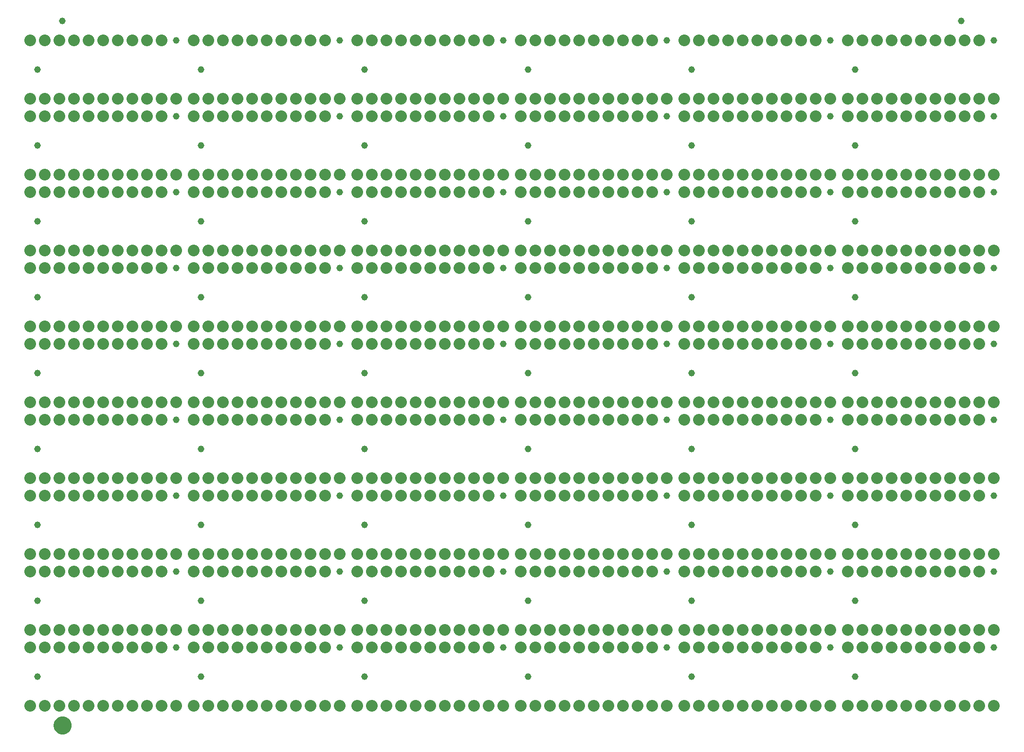
<source format=gbs>
G04 EAGLE Gerber RS-274X export*
G75*
%MOMM*%
%FSLAX34Y34*%
%LPD*%
%INSoldermask Bottom*%
%IPPOS*%
%AMOC8*
5,1,8,0,0,1.08239X$1,22.5*%
G01*
%ADD10C,1.152400*%
%ADD11C,2.032000*%
%ADD12C,1.270000*%
%ADD13C,1.652400*%


D10*
X266700Y114300D03*
X25400Y63500D03*
D11*
X266700Y12700D03*
X241300Y12700D03*
X215900Y12700D03*
X190500Y12700D03*
X165100Y12700D03*
X139700Y12700D03*
X114300Y12700D03*
X88900Y12700D03*
X63500Y12700D03*
X38100Y12700D03*
X12700Y12700D03*
X241300Y114300D03*
X215900Y114300D03*
X190500Y114300D03*
X165100Y114300D03*
X139700Y114300D03*
X114300Y114300D03*
X88900Y114300D03*
X63500Y114300D03*
X38100Y114300D03*
X12700Y114300D03*
D10*
X551180Y114300D03*
X309880Y63500D03*
D11*
X551180Y12700D03*
X525780Y12700D03*
X500380Y12700D03*
X474980Y12700D03*
X449580Y12700D03*
X424180Y12700D03*
X398780Y12700D03*
X373380Y12700D03*
X347980Y12700D03*
X322580Y12700D03*
X297180Y12700D03*
X525780Y114300D03*
X500380Y114300D03*
X474980Y114300D03*
X449580Y114300D03*
X424180Y114300D03*
X398780Y114300D03*
X373380Y114300D03*
X347980Y114300D03*
X322580Y114300D03*
X297180Y114300D03*
D10*
X835660Y114300D03*
X594360Y63500D03*
D11*
X835660Y12700D03*
X810260Y12700D03*
X784860Y12700D03*
X759460Y12700D03*
X734060Y12700D03*
X708660Y12700D03*
X683260Y12700D03*
X657860Y12700D03*
X632460Y12700D03*
X607060Y12700D03*
X581660Y12700D03*
X810260Y114300D03*
X784860Y114300D03*
X759460Y114300D03*
X734060Y114300D03*
X708660Y114300D03*
X683260Y114300D03*
X657860Y114300D03*
X632460Y114300D03*
X607060Y114300D03*
X581660Y114300D03*
D10*
X1120140Y114300D03*
X878840Y63500D03*
D11*
X1120140Y12700D03*
X1094740Y12700D03*
X1069340Y12700D03*
X1043940Y12700D03*
X1018540Y12700D03*
X993140Y12700D03*
X967740Y12700D03*
X942340Y12700D03*
X916940Y12700D03*
X891540Y12700D03*
X866140Y12700D03*
X1094740Y114300D03*
X1069340Y114300D03*
X1043940Y114300D03*
X1018540Y114300D03*
X993140Y114300D03*
X967740Y114300D03*
X942340Y114300D03*
X916940Y114300D03*
X891540Y114300D03*
X866140Y114300D03*
D10*
X1404620Y114300D03*
X1163320Y63500D03*
D11*
X1404620Y12700D03*
X1379220Y12700D03*
X1353820Y12700D03*
X1328420Y12700D03*
X1303020Y12700D03*
X1277620Y12700D03*
X1252220Y12700D03*
X1226820Y12700D03*
X1201420Y12700D03*
X1176020Y12700D03*
X1150620Y12700D03*
X1379220Y114300D03*
X1353820Y114300D03*
X1328420Y114300D03*
X1303020Y114300D03*
X1277620Y114300D03*
X1252220Y114300D03*
X1226820Y114300D03*
X1201420Y114300D03*
X1176020Y114300D03*
X1150620Y114300D03*
D10*
X1689100Y114300D03*
X1447800Y63500D03*
D11*
X1689100Y12700D03*
X1663700Y12700D03*
X1638300Y12700D03*
X1612900Y12700D03*
X1587500Y12700D03*
X1562100Y12700D03*
X1536700Y12700D03*
X1511300Y12700D03*
X1485900Y12700D03*
X1460500Y12700D03*
X1435100Y12700D03*
X1663700Y114300D03*
X1638300Y114300D03*
X1612900Y114300D03*
X1587500Y114300D03*
X1562100Y114300D03*
X1536700Y114300D03*
X1511300Y114300D03*
X1485900Y114300D03*
X1460500Y114300D03*
X1435100Y114300D03*
D10*
X266700Y246380D03*
X25400Y195580D03*
D11*
X266700Y144780D03*
X241300Y144780D03*
X215900Y144780D03*
X190500Y144780D03*
X165100Y144780D03*
X139700Y144780D03*
X114300Y144780D03*
X88900Y144780D03*
X63500Y144780D03*
X38100Y144780D03*
X12700Y144780D03*
X241300Y246380D03*
X215900Y246380D03*
X190500Y246380D03*
X165100Y246380D03*
X139700Y246380D03*
X114300Y246380D03*
X88900Y246380D03*
X63500Y246380D03*
X38100Y246380D03*
X12700Y246380D03*
D10*
X551180Y246380D03*
X309880Y195580D03*
D11*
X551180Y144780D03*
X525780Y144780D03*
X500380Y144780D03*
X474980Y144780D03*
X449580Y144780D03*
X424180Y144780D03*
X398780Y144780D03*
X373380Y144780D03*
X347980Y144780D03*
X322580Y144780D03*
X297180Y144780D03*
X525780Y246380D03*
X500380Y246380D03*
X474980Y246380D03*
X449580Y246380D03*
X424180Y246380D03*
X398780Y246380D03*
X373380Y246380D03*
X347980Y246380D03*
X322580Y246380D03*
X297180Y246380D03*
D10*
X835660Y246380D03*
X594360Y195580D03*
D11*
X835660Y144780D03*
X810260Y144780D03*
X784860Y144780D03*
X759460Y144780D03*
X734060Y144780D03*
X708660Y144780D03*
X683260Y144780D03*
X657860Y144780D03*
X632460Y144780D03*
X607060Y144780D03*
X581660Y144780D03*
X810260Y246380D03*
X784860Y246380D03*
X759460Y246380D03*
X734060Y246380D03*
X708660Y246380D03*
X683260Y246380D03*
X657860Y246380D03*
X632460Y246380D03*
X607060Y246380D03*
X581660Y246380D03*
D10*
X1120140Y246380D03*
X878840Y195580D03*
D11*
X1120140Y144780D03*
X1094740Y144780D03*
X1069340Y144780D03*
X1043940Y144780D03*
X1018540Y144780D03*
X993140Y144780D03*
X967740Y144780D03*
X942340Y144780D03*
X916940Y144780D03*
X891540Y144780D03*
X866140Y144780D03*
X1094740Y246380D03*
X1069340Y246380D03*
X1043940Y246380D03*
X1018540Y246380D03*
X993140Y246380D03*
X967740Y246380D03*
X942340Y246380D03*
X916940Y246380D03*
X891540Y246380D03*
X866140Y246380D03*
D10*
X1404620Y246380D03*
X1163320Y195580D03*
D11*
X1404620Y144780D03*
X1379220Y144780D03*
X1353820Y144780D03*
X1328420Y144780D03*
X1303020Y144780D03*
X1277620Y144780D03*
X1252220Y144780D03*
X1226820Y144780D03*
X1201420Y144780D03*
X1176020Y144780D03*
X1150620Y144780D03*
X1379220Y246380D03*
X1353820Y246380D03*
X1328420Y246380D03*
X1303020Y246380D03*
X1277620Y246380D03*
X1252220Y246380D03*
X1226820Y246380D03*
X1201420Y246380D03*
X1176020Y246380D03*
X1150620Y246380D03*
D10*
X1689100Y246380D03*
X1447800Y195580D03*
D11*
X1689100Y144780D03*
X1663700Y144780D03*
X1638300Y144780D03*
X1612900Y144780D03*
X1587500Y144780D03*
X1562100Y144780D03*
X1536700Y144780D03*
X1511300Y144780D03*
X1485900Y144780D03*
X1460500Y144780D03*
X1435100Y144780D03*
X1663700Y246380D03*
X1638300Y246380D03*
X1612900Y246380D03*
X1587500Y246380D03*
X1562100Y246380D03*
X1536700Y246380D03*
X1511300Y246380D03*
X1485900Y246380D03*
X1460500Y246380D03*
X1435100Y246380D03*
D10*
X266700Y378460D03*
X25400Y327660D03*
D11*
X266700Y276860D03*
X241300Y276860D03*
X215900Y276860D03*
X190500Y276860D03*
X165100Y276860D03*
X139700Y276860D03*
X114300Y276860D03*
X88900Y276860D03*
X63500Y276860D03*
X38100Y276860D03*
X12700Y276860D03*
X241300Y378460D03*
X215900Y378460D03*
X190500Y378460D03*
X165100Y378460D03*
X139700Y378460D03*
X114300Y378460D03*
X88900Y378460D03*
X63500Y378460D03*
X38100Y378460D03*
X12700Y378460D03*
D10*
X551180Y378460D03*
X309880Y327660D03*
D11*
X551180Y276860D03*
X525780Y276860D03*
X500380Y276860D03*
X474980Y276860D03*
X449580Y276860D03*
X424180Y276860D03*
X398780Y276860D03*
X373380Y276860D03*
X347980Y276860D03*
X322580Y276860D03*
X297180Y276860D03*
X525780Y378460D03*
X500380Y378460D03*
X474980Y378460D03*
X449580Y378460D03*
X424180Y378460D03*
X398780Y378460D03*
X373380Y378460D03*
X347980Y378460D03*
X322580Y378460D03*
X297180Y378460D03*
D10*
X835660Y378460D03*
X594360Y327660D03*
D11*
X835660Y276860D03*
X810260Y276860D03*
X784860Y276860D03*
X759460Y276860D03*
X734060Y276860D03*
X708660Y276860D03*
X683260Y276860D03*
X657860Y276860D03*
X632460Y276860D03*
X607060Y276860D03*
X581660Y276860D03*
X810260Y378460D03*
X784860Y378460D03*
X759460Y378460D03*
X734060Y378460D03*
X708660Y378460D03*
X683260Y378460D03*
X657860Y378460D03*
X632460Y378460D03*
X607060Y378460D03*
X581660Y378460D03*
D10*
X1120140Y378460D03*
X878840Y327660D03*
D11*
X1120140Y276860D03*
X1094740Y276860D03*
X1069340Y276860D03*
X1043940Y276860D03*
X1018540Y276860D03*
X993140Y276860D03*
X967740Y276860D03*
X942340Y276860D03*
X916940Y276860D03*
X891540Y276860D03*
X866140Y276860D03*
X1094740Y378460D03*
X1069340Y378460D03*
X1043940Y378460D03*
X1018540Y378460D03*
X993140Y378460D03*
X967740Y378460D03*
X942340Y378460D03*
X916940Y378460D03*
X891540Y378460D03*
X866140Y378460D03*
D10*
X1404620Y378460D03*
X1163320Y327660D03*
D11*
X1404620Y276860D03*
X1379220Y276860D03*
X1353820Y276860D03*
X1328420Y276860D03*
X1303020Y276860D03*
X1277620Y276860D03*
X1252220Y276860D03*
X1226820Y276860D03*
X1201420Y276860D03*
X1176020Y276860D03*
X1150620Y276860D03*
X1379220Y378460D03*
X1353820Y378460D03*
X1328420Y378460D03*
X1303020Y378460D03*
X1277620Y378460D03*
X1252220Y378460D03*
X1226820Y378460D03*
X1201420Y378460D03*
X1176020Y378460D03*
X1150620Y378460D03*
D10*
X1689100Y378460D03*
X1447800Y327660D03*
D11*
X1689100Y276860D03*
X1663700Y276860D03*
X1638300Y276860D03*
X1612900Y276860D03*
X1587500Y276860D03*
X1562100Y276860D03*
X1536700Y276860D03*
X1511300Y276860D03*
X1485900Y276860D03*
X1460500Y276860D03*
X1435100Y276860D03*
X1663700Y378460D03*
X1638300Y378460D03*
X1612900Y378460D03*
X1587500Y378460D03*
X1562100Y378460D03*
X1536700Y378460D03*
X1511300Y378460D03*
X1485900Y378460D03*
X1460500Y378460D03*
X1435100Y378460D03*
D10*
X266700Y510540D03*
X25400Y459740D03*
D11*
X266700Y408940D03*
X241300Y408940D03*
X215900Y408940D03*
X190500Y408940D03*
X165100Y408940D03*
X139700Y408940D03*
X114300Y408940D03*
X88900Y408940D03*
X63500Y408940D03*
X38100Y408940D03*
X12700Y408940D03*
X241300Y510540D03*
X215900Y510540D03*
X190500Y510540D03*
X165100Y510540D03*
X139700Y510540D03*
X114300Y510540D03*
X88900Y510540D03*
X63500Y510540D03*
X38100Y510540D03*
X12700Y510540D03*
D10*
X551180Y510540D03*
X309880Y459740D03*
D11*
X551180Y408940D03*
X525780Y408940D03*
X500380Y408940D03*
X474980Y408940D03*
X449580Y408940D03*
X424180Y408940D03*
X398780Y408940D03*
X373380Y408940D03*
X347980Y408940D03*
X322580Y408940D03*
X297180Y408940D03*
X525780Y510540D03*
X500380Y510540D03*
X474980Y510540D03*
X449580Y510540D03*
X424180Y510540D03*
X398780Y510540D03*
X373380Y510540D03*
X347980Y510540D03*
X322580Y510540D03*
X297180Y510540D03*
D10*
X835660Y510540D03*
X594360Y459740D03*
D11*
X835660Y408940D03*
X810260Y408940D03*
X784860Y408940D03*
X759460Y408940D03*
X734060Y408940D03*
X708660Y408940D03*
X683260Y408940D03*
X657860Y408940D03*
X632460Y408940D03*
X607060Y408940D03*
X581660Y408940D03*
X810260Y510540D03*
X784860Y510540D03*
X759460Y510540D03*
X734060Y510540D03*
X708660Y510540D03*
X683260Y510540D03*
X657860Y510540D03*
X632460Y510540D03*
X607060Y510540D03*
X581660Y510540D03*
D10*
X1120140Y510540D03*
X878840Y459740D03*
D11*
X1120140Y408940D03*
X1094740Y408940D03*
X1069340Y408940D03*
X1043940Y408940D03*
X1018540Y408940D03*
X993140Y408940D03*
X967740Y408940D03*
X942340Y408940D03*
X916940Y408940D03*
X891540Y408940D03*
X866140Y408940D03*
X1094740Y510540D03*
X1069340Y510540D03*
X1043940Y510540D03*
X1018540Y510540D03*
X993140Y510540D03*
X967740Y510540D03*
X942340Y510540D03*
X916940Y510540D03*
X891540Y510540D03*
X866140Y510540D03*
D10*
X1404620Y510540D03*
X1163320Y459740D03*
D11*
X1404620Y408940D03*
X1379220Y408940D03*
X1353820Y408940D03*
X1328420Y408940D03*
X1303020Y408940D03*
X1277620Y408940D03*
X1252220Y408940D03*
X1226820Y408940D03*
X1201420Y408940D03*
X1176020Y408940D03*
X1150620Y408940D03*
X1379220Y510540D03*
X1353820Y510540D03*
X1328420Y510540D03*
X1303020Y510540D03*
X1277620Y510540D03*
X1252220Y510540D03*
X1226820Y510540D03*
X1201420Y510540D03*
X1176020Y510540D03*
X1150620Y510540D03*
D10*
X1689100Y510540D03*
X1447800Y459740D03*
D11*
X1689100Y408940D03*
X1663700Y408940D03*
X1638300Y408940D03*
X1612900Y408940D03*
X1587500Y408940D03*
X1562100Y408940D03*
X1536700Y408940D03*
X1511300Y408940D03*
X1485900Y408940D03*
X1460500Y408940D03*
X1435100Y408940D03*
X1663700Y510540D03*
X1638300Y510540D03*
X1612900Y510540D03*
X1587500Y510540D03*
X1562100Y510540D03*
X1536700Y510540D03*
X1511300Y510540D03*
X1485900Y510540D03*
X1460500Y510540D03*
X1435100Y510540D03*
D10*
X266700Y642620D03*
X25400Y591820D03*
D11*
X266700Y541020D03*
X241300Y541020D03*
X215900Y541020D03*
X190500Y541020D03*
X165100Y541020D03*
X139700Y541020D03*
X114300Y541020D03*
X88900Y541020D03*
X63500Y541020D03*
X38100Y541020D03*
X12700Y541020D03*
X241300Y642620D03*
X215900Y642620D03*
X190500Y642620D03*
X165100Y642620D03*
X139700Y642620D03*
X114300Y642620D03*
X88900Y642620D03*
X63500Y642620D03*
X38100Y642620D03*
X12700Y642620D03*
D10*
X551180Y642620D03*
X309880Y591820D03*
D11*
X551180Y541020D03*
X525780Y541020D03*
X500380Y541020D03*
X474980Y541020D03*
X449580Y541020D03*
X424180Y541020D03*
X398780Y541020D03*
X373380Y541020D03*
X347980Y541020D03*
X322580Y541020D03*
X297180Y541020D03*
X525780Y642620D03*
X500380Y642620D03*
X474980Y642620D03*
X449580Y642620D03*
X424180Y642620D03*
X398780Y642620D03*
X373380Y642620D03*
X347980Y642620D03*
X322580Y642620D03*
X297180Y642620D03*
D10*
X835660Y642620D03*
X594360Y591820D03*
D11*
X835660Y541020D03*
X810260Y541020D03*
X784860Y541020D03*
X759460Y541020D03*
X734060Y541020D03*
X708660Y541020D03*
X683260Y541020D03*
X657860Y541020D03*
X632460Y541020D03*
X607060Y541020D03*
X581660Y541020D03*
X810260Y642620D03*
X784860Y642620D03*
X759460Y642620D03*
X734060Y642620D03*
X708660Y642620D03*
X683260Y642620D03*
X657860Y642620D03*
X632460Y642620D03*
X607060Y642620D03*
X581660Y642620D03*
D10*
X1120140Y642620D03*
X878840Y591820D03*
D11*
X1120140Y541020D03*
X1094740Y541020D03*
X1069340Y541020D03*
X1043940Y541020D03*
X1018540Y541020D03*
X993140Y541020D03*
X967740Y541020D03*
X942340Y541020D03*
X916940Y541020D03*
X891540Y541020D03*
X866140Y541020D03*
X1094740Y642620D03*
X1069340Y642620D03*
X1043940Y642620D03*
X1018540Y642620D03*
X993140Y642620D03*
X967740Y642620D03*
X942340Y642620D03*
X916940Y642620D03*
X891540Y642620D03*
X866140Y642620D03*
D10*
X1404620Y642620D03*
X1163320Y591820D03*
D11*
X1404620Y541020D03*
X1379220Y541020D03*
X1353820Y541020D03*
X1328420Y541020D03*
X1303020Y541020D03*
X1277620Y541020D03*
X1252220Y541020D03*
X1226820Y541020D03*
X1201420Y541020D03*
X1176020Y541020D03*
X1150620Y541020D03*
X1379220Y642620D03*
X1353820Y642620D03*
X1328420Y642620D03*
X1303020Y642620D03*
X1277620Y642620D03*
X1252220Y642620D03*
X1226820Y642620D03*
X1201420Y642620D03*
X1176020Y642620D03*
X1150620Y642620D03*
D10*
X1689100Y642620D03*
X1447800Y591820D03*
D11*
X1689100Y541020D03*
X1663700Y541020D03*
X1638300Y541020D03*
X1612900Y541020D03*
X1587500Y541020D03*
X1562100Y541020D03*
X1536700Y541020D03*
X1511300Y541020D03*
X1485900Y541020D03*
X1460500Y541020D03*
X1435100Y541020D03*
X1663700Y642620D03*
X1638300Y642620D03*
X1612900Y642620D03*
X1587500Y642620D03*
X1562100Y642620D03*
X1536700Y642620D03*
X1511300Y642620D03*
X1485900Y642620D03*
X1460500Y642620D03*
X1435100Y642620D03*
D10*
X266700Y774700D03*
X25400Y723900D03*
D11*
X266700Y673100D03*
X241300Y673100D03*
X215900Y673100D03*
X190500Y673100D03*
X165100Y673100D03*
X139700Y673100D03*
X114300Y673100D03*
X88900Y673100D03*
X63500Y673100D03*
X38100Y673100D03*
X12700Y673100D03*
X241300Y774700D03*
X215900Y774700D03*
X190500Y774700D03*
X165100Y774700D03*
X139700Y774700D03*
X114300Y774700D03*
X88900Y774700D03*
X63500Y774700D03*
X38100Y774700D03*
X12700Y774700D03*
D10*
X551180Y774700D03*
X309880Y723900D03*
D11*
X551180Y673100D03*
X525780Y673100D03*
X500380Y673100D03*
X474980Y673100D03*
X449580Y673100D03*
X424180Y673100D03*
X398780Y673100D03*
X373380Y673100D03*
X347980Y673100D03*
X322580Y673100D03*
X297180Y673100D03*
X525780Y774700D03*
X500380Y774700D03*
X474980Y774700D03*
X449580Y774700D03*
X424180Y774700D03*
X398780Y774700D03*
X373380Y774700D03*
X347980Y774700D03*
X322580Y774700D03*
X297180Y774700D03*
D10*
X835660Y774700D03*
X594360Y723900D03*
D11*
X835660Y673100D03*
X810260Y673100D03*
X784860Y673100D03*
X759460Y673100D03*
X734060Y673100D03*
X708660Y673100D03*
X683260Y673100D03*
X657860Y673100D03*
X632460Y673100D03*
X607060Y673100D03*
X581660Y673100D03*
X810260Y774700D03*
X784860Y774700D03*
X759460Y774700D03*
X734060Y774700D03*
X708660Y774700D03*
X683260Y774700D03*
X657860Y774700D03*
X632460Y774700D03*
X607060Y774700D03*
X581660Y774700D03*
D10*
X1120140Y774700D03*
X878840Y723900D03*
D11*
X1120140Y673100D03*
X1094740Y673100D03*
X1069340Y673100D03*
X1043940Y673100D03*
X1018540Y673100D03*
X993140Y673100D03*
X967740Y673100D03*
X942340Y673100D03*
X916940Y673100D03*
X891540Y673100D03*
X866140Y673100D03*
X1094740Y774700D03*
X1069340Y774700D03*
X1043940Y774700D03*
X1018540Y774700D03*
X993140Y774700D03*
X967740Y774700D03*
X942340Y774700D03*
X916940Y774700D03*
X891540Y774700D03*
X866140Y774700D03*
D10*
X1404620Y774700D03*
X1163320Y723900D03*
D11*
X1404620Y673100D03*
X1379220Y673100D03*
X1353820Y673100D03*
X1328420Y673100D03*
X1303020Y673100D03*
X1277620Y673100D03*
X1252220Y673100D03*
X1226820Y673100D03*
X1201420Y673100D03*
X1176020Y673100D03*
X1150620Y673100D03*
X1379220Y774700D03*
X1353820Y774700D03*
X1328420Y774700D03*
X1303020Y774700D03*
X1277620Y774700D03*
X1252220Y774700D03*
X1226820Y774700D03*
X1201420Y774700D03*
X1176020Y774700D03*
X1150620Y774700D03*
D10*
X1689100Y774700D03*
X1447800Y723900D03*
D11*
X1689100Y673100D03*
X1663700Y673100D03*
X1638300Y673100D03*
X1612900Y673100D03*
X1587500Y673100D03*
X1562100Y673100D03*
X1536700Y673100D03*
X1511300Y673100D03*
X1485900Y673100D03*
X1460500Y673100D03*
X1435100Y673100D03*
X1663700Y774700D03*
X1638300Y774700D03*
X1612900Y774700D03*
X1587500Y774700D03*
X1562100Y774700D03*
X1536700Y774700D03*
X1511300Y774700D03*
X1485900Y774700D03*
X1460500Y774700D03*
X1435100Y774700D03*
D10*
X266700Y906780D03*
X25400Y855980D03*
D11*
X266700Y805180D03*
X241300Y805180D03*
X215900Y805180D03*
X190500Y805180D03*
X165100Y805180D03*
X139700Y805180D03*
X114300Y805180D03*
X88900Y805180D03*
X63500Y805180D03*
X38100Y805180D03*
X12700Y805180D03*
X241300Y906780D03*
X215900Y906780D03*
X190500Y906780D03*
X165100Y906780D03*
X139700Y906780D03*
X114300Y906780D03*
X88900Y906780D03*
X63500Y906780D03*
X38100Y906780D03*
X12700Y906780D03*
D10*
X551180Y906780D03*
X309880Y855980D03*
D11*
X551180Y805180D03*
X525780Y805180D03*
X500380Y805180D03*
X474980Y805180D03*
X449580Y805180D03*
X424180Y805180D03*
X398780Y805180D03*
X373380Y805180D03*
X347980Y805180D03*
X322580Y805180D03*
X297180Y805180D03*
X525780Y906780D03*
X500380Y906780D03*
X474980Y906780D03*
X449580Y906780D03*
X424180Y906780D03*
X398780Y906780D03*
X373380Y906780D03*
X347980Y906780D03*
X322580Y906780D03*
X297180Y906780D03*
D10*
X835660Y906780D03*
X594360Y855980D03*
D11*
X835660Y805180D03*
X810260Y805180D03*
X784860Y805180D03*
X759460Y805180D03*
X734060Y805180D03*
X708660Y805180D03*
X683260Y805180D03*
X657860Y805180D03*
X632460Y805180D03*
X607060Y805180D03*
X581660Y805180D03*
X810260Y906780D03*
X784860Y906780D03*
X759460Y906780D03*
X734060Y906780D03*
X708660Y906780D03*
X683260Y906780D03*
X657860Y906780D03*
X632460Y906780D03*
X607060Y906780D03*
X581660Y906780D03*
D10*
X1120140Y906780D03*
X878840Y855980D03*
D11*
X1120140Y805180D03*
X1094740Y805180D03*
X1069340Y805180D03*
X1043940Y805180D03*
X1018540Y805180D03*
X993140Y805180D03*
X967740Y805180D03*
X942340Y805180D03*
X916940Y805180D03*
X891540Y805180D03*
X866140Y805180D03*
X1094740Y906780D03*
X1069340Y906780D03*
X1043940Y906780D03*
X1018540Y906780D03*
X993140Y906780D03*
X967740Y906780D03*
X942340Y906780D03*
X916940Y906780D03*
X891540Y906780D03*
X866140Y906780D03*
D10*
X1404620Y906780D03*
X1163320Y855980D03*
D11*
X1404620Y805180D03*
X1379220Y805180D03*
X1353820Y805180D03*
X1328420Y805180D03*
X1303020Y805180D03*
X1277620Y805180D03*
X1252220Y805180D03*
X1226820Y805180D03*
X1201420Y805180D03*
X1176020Y805180D03*
X1150620Y805180D03*
X1379220Y906780D03*
X1353820Y906780D03*
X1328420Y906780D03*
X1303020Y906780D03*
X1277620Y906780D03*
X1252220Y906780D03*
X1226820Y906780D03*
X1201420Y906780D03*
X1176020Y906780D03*
X1150620Y906780D03*
D10*
X1689100Y906780D03*
X1447800Y855980D03*
D11*
X1689100Y805180D03*
X1663700Y805180D03*
X1638300Y805180D03*
X1612900Y805180D03*
X1587500Y805180D03*
X1562100Y805180D03*
X1536700Y805180D03*
X1511300Y805180D03*
X1485900Y805180D03*
X1460500Y805180D03*
X1435100Y805180D03*
X1663700Y906780D03*
X1638300Y906780D03*
X1612900Y906780D03*
X1587500Y906780D03*
X1562100Y906780D03*
X1536700Y906780D03*
X1511300Y906780D03*
X1485900Y906780D03*
X1460500Y906780D03*
X1435100Y906780D03*
D10*
X266700Y1038860D03*
X25400Y988060D03*
D11*
X266700Y937260D03*
X241300Y937260D03*
X215900Y937260D03*
X190500Y937260D03*
X165100Y937260D03*
X139700Y937260D03*
X114300Y937260D03*
X88900Y937260D03*
X63500Y937260D03*
X38100Y937260D03*
X12700Y937260D03*
X241300Y1038860D03*
X215900Y1038860D03*
X190500Y1038860D03*
X165100Y1038860D03*
X139700Y1038860D03*
X114300Y1038860D03*
X88900Y1038860D03*
X63500Y1038860D03*
X38100Y1038860D03*
X12700Y1038860D03*
D10*
X551180Y1038860D03*
X309880Y988060D03*
D11*
X551180Y937260D03*
X525780Y937260D03*
X500380Y937260D03*
X474980Y937260D03*
X449580Y937260D03*
X424180Y937260D03*
X398780Y937260D03*
X373380Y937260D03*
X347980Y937260D03*
X322580Y937260D03*
X297180Y937260D03*
X525780Y1038860D03*
X500380Y1038860D03*
X474980Y1038860D03*
X449580Y1038860D03*
X424180Y1038860D03*
X398780Y1038860D03*
X373380Y1038860D03*
X347980Y1038860D03*
X322580Y1038860D03*
X297180Y1038860D03*
D10*
X835660Y1038860D03*
X594360Y988060D03*
D11*
X835660Y937260D03*
X810260Y937260D03*
X784860Y937260D03*
X759460Y937260D03*
X734060Y937260D03*
X708660Y937260D03*
X683260Y937260D03*
X657860Y937260D03*
X632460Y937260D03*
X607060Y937260D03*
X581660Y937260D03*
X810260Y1038860D03*
X784860Y1038860D03*
X759460Y1038860D03*
X734060Y1038860D03*
X708660Y1038860D03*
X683260Y1038860D03*
X657860Y1038860D03*
X632460Y1038860D03*
X607060Y1038860D03*
X581660Y1038860D03*
D10*
X1120140Y1038860D03*
X878840Y988060D03*
D11*
X1120140Y937260D03*
X1094740Y937260D03*
X1069340Y937260D03*
X1043940Y937260D03*
X1018540Y937260D03*
X993140Y937260D03*
X967740Y937260D03*
X942340Y937260D03*
X916940Y937260D03*
X891540Y937260D03*
X866140Y937260D03*
X1094740Y1038860D03*
X1069340Y1038860D03*
X1043940Y1038860D03*
X1018540Y1038860D03*
X993140Y1038860D03*
X967740Y1038860D03*
X942340Y1038860D03*
X916940Y1038860D03*
X891540Y1038860D03*
X866140Y1038860D03*
D10*
X1404620Y1038860D03*
X1163320Y988060D03*
D11*
X1404620Y937260D03*
X1379220Y937260D03*
X1353820Y937260D03*
X1328420Y937260D03*
X1303020Y937260D03*
X1277620Y937260D03*
X1252220Y937260D03*
X1226820Y937260D03*
X1201420Y937260D03*
X1176020Y937260D03*
X1150620Y937260D03*
X1379220Y1038860D03*
X1353820Y1038860D03*
X1328420Y1038860D03*
X1303020Y1038860D03*
X1277620Y1038860D03*
X1252220Y1038860D03*
X1226820Y1038860D03*
X1201420Y1038860D03*
X1176020Y1038860D03*
X1150620Y1038860D03*
D10*
X1689100Y1038860D03*
X1447800Y988060D03*
D11*
X1689100Y937260D03*
X1663700Y937260D03*
X1638300Y937260D03*
X1612900Y937260D03*
X1587500Y937260D03*
X1562100Y937260D03*
X1536700Y937260D03*
X1511300Y937260D03*
X1485900Y937260D03*
X1460500Y937260D03*
X1435100Y937260D03*
X1663700Y1038860D03*
X1638300Y1038860D03*
X1612900Y1038860D03*
X1587500Y1038860D03*
X1562100Y1038860D03*
X1536700Y1038860D03*
X1511300Y1038860D03*
X1485900Y1038860D03*
X1460500Y1038860D03*
X1435100Y1038860D03*
D10*
X266700Y1170940D03*
X25400Y1120140D03*
D11*
X266700Y1069340D03*
X241300Y1069340D03*
X215900Y1069340D03*
X190500Y1069340D03*
X165100Y1069340D03*
X139700Y1069340D03*
X114300Y1069340D03*
X88900Y1069340D03*
X63500Y1069340D03*
X38100Y1069340D03*
X12700Y1069340D03*
X241300Y1170940D03*
X215900Y1170940D03*
X190500Y1170940D03*
X165100Y1170940D03*
X139700Y1170940D03*
X114300Y1170940D03*
X88900Y1170940D03*
X63500Y1170940D03*
X38100Y1170940D03*
X12700Y1170940D03*
D10*
X551180Y1170940D03*
X309880Y1120140D03*
D11*
X551180Y1069340D03*
X525780Y1069340D03*
X500380Y1069340D03*
X474980Y1069340D03*
X449580Y1069340D03*
X424180Y1069340D03*
X398780Y1069340D03*
X373380Y1069340D03*
X347980Y1069340D03*
X322580Y1069340D03*
X297180Y1069340D03*
X525780Y1170940D03*
X500380Y1170940D03*
X474980Y1170940D03*
X449580Y1170940D03*
X424180Y1170940D03*
X398780Y1170940D03*
X373380Y1170940D03*
X347980Y1170940D03*
X322580Y1170940D03*
X297180Y1170940D03*
D10*
X835660Y1170940D03*
X594360Y1120140D03*
D11*
X835660Y1069340D03*
X810260Y1069340D03*
X784860Y1069340D03*
X759460Y1069340D03*
X734060Y1069340D03*
X708660Y1069340D03*
X683260Y1069340D03*
X657860Y1069340D03*
X632460Y1069340D03*
X607060Y1069340D03*
X581660Y1069340D03*
X810260Y1170940D03*
X784860Y1170940D03*
X759460Y1170940D03*
X734060Y1170940D03*
X708660Y1170940D03*
X683260Y1170940D03*
X657860Y1170940D03*
X632460Y1170940D03*
X607060Y1170940D03*
X581660Y1170940D03*
D10*
X1120140Y1170940D03*
X878840Y1120140D03*
D11*
X1120140Y1069340D03*
X1094740Y1069340D03*
X1069340Y1069340D03*
X1043940Y1069340D03*
X1018540Y1069340D03*
X993140Y1069340D03*
X967740Y1069340D03*
X942340Y1069340D03*
X916940Y1069340D03*
X891540Y1069340D03*
X866140Y1069340D03*
X1094740Y1170940D03*
X1069340Y1170940D03*
X1043940Y1170940D03*
X1018540Y1170940D03*
X993140Y1170940D03*
X967740Y1170940D03*
X942340Y1170940D03*
X916940Y1170940D03*
X891540Y1170940D03*
X866140Y1170940D03*
D10*
X1404620Y1170940D03*
X1163320Y1120140D03*
D11*
X1404620Y1069340D03*
X1379220Y1069340D03*
X1353820Y1069340D03*
X1328420Y1069340D03*
X1303020Y1069340D03*
X1277620Y1069340D03*
X1252220Y1069340D03*
X1226820Y1069340D03*
X1201420Y1069340D03*
X1176020Y1069340D03*
X1150620Y1069340D03*
X1379220Y1170940D03*
X1353820Y1170940D03*
X1328420Y1170940D03*
X1303020Y1170940D03*
X1277620Y1170940D03*
X1252220Y1170940D03*
X1226820Y1170940D03*
X1201420Y1170940D03*
X1176020Y1170940D03*
X1150620Y1170940D03*
D10*
X1689100Y1170940D03*
X1447800Y1120140D03*
D11*
X1689100Y1069340D03*
X1663700Y1069340D03*
X1638300Y1069340D03*
X1612900Y1069340D03*
X1587500Y1069340D03*
X1562100Y1069340D03*
X1536700Y1069340D03*
X1511300Y1069340D03*
X1485900Y1069340D03*
X1460500Y1069340D03*
X1435100Y1069340D03*
X1663700Y1170940D03*
X1638300Y1170940D03*
X1612900Y1170940D03*
X1587500Y1170940D03*
X1562100Y1170940D03*
X1536700Y1170940D03*
X1511300Y1170940D03*
X1485900Y1170940D03*
X1460500Y1170940D03*
X1435100Y1170940D03*
D10*
X68580Y1204595D03*
X1632585Y1204595D03*
D12*
X59525Y-20955D02*
X59528Y-20733D01*
X59536Y-20511D01*
X59550Y-20289D01*
X59569Y-20067D01*
X59593Y-19847D01*
X59623Y-19626D01*
X59658Y-19407D01*
X59699Y-19188D01*
X59745Y-18971D01*
X59796Y-18755D01*
X59853Y-18540D01*
X59915Y-18326D01*
X59982Y-18115D01*
X60054Y-17904D01*
X60132Y-17696D01*
X60214Y-17490D01*
X60302Y-17286D01*
X60394Y-17083D01*
X60492Y-16884D01*
X60594Y-16687D01*
X60701Y-16492D01*
X60813Y-16300D01*
X60930Y-16111D01*
X61051Y-15924D01*
X61177Y-15741D01*
X61307Y-15561D01*
X61442Y-15384D01*
X61580Y-15211D01*
X61723Y-15041D01*
X61871Y-14874D01*
X62022Y-14711D01*
X62177Y-14552D01*
X62336Y-14397D01*
X62499Y-14246D01*
X62666Y-14098D01*
X62836Y-13955D01*
X63009Y-13817D01*
X63186Y-13682D01*
X63366Y-13552D01*
X63549Y-13426D01*
X63736Y-13305D01*
X63925Y-13188D01*
X64117Y-13076D01*
X64312Y-12969D01*
X64509Y-12867D01*
X64708Y-12769D01*
X64911Y-12677D01*
X65115Y-12589D01*
X65321Y-12507D01*
X65529Y-12429D01*
X65740Y-12357D01*
X65951Y-12290D01*
X66165Y-12228D01*
X66380Y-12171D01*
X66596Y-12120D01*
X66813Y-12074D01*
X67032Y-12033D01*
X67251Y-11998D01*
X67472Y-11968D01*
X67692Y-11944D01*
X67914Y-11925D01*
X68136Y-11911D01*
X68358Y-11903D01*
X68580Y-11900D01*
X68802Y-11903D01*
X69024Y-11911D01*
X69246Y-11925D01*
X69468Y-11944D01*
X69688Y-11968D01*
X69909Y-11998D01*
X70128Y-12033D01*
X70347Y-12074D01*
X70564Y-12120D01*
X70780Y-12171D01*
X70995Y-12228D01*
X71209Y-12290D01*
X71420Y-12357D01*
X71631Y-12429D01*
X71839Y-12507D01*
X72045Y-12589D01*
X72249Y-12677D01*
X72452Y-12769D01*
X72651Y-12867D01*
X72848Y-12969D01*
X73043Y-13076D01*
X73235Y-13188D01*
X73424Y-13305D01*
X73611Y-13426D01*
X73794Y-13552D01*
X73974Y-13682D01*
X74151Y-13817D01*
X74324Y-13955D01*
X74494Y-14098D01*
X74661Y-14246D01*
X74824Y-14397D01*
X74983Y-14552D01*
X75138Y-14711D01*
X75289Y-14874D01*
X75437Y-15041D01*
X75580Y-15211D01*
X75718Y-15384D01*
X75853Y-15561D01*
X75983Y-15741D01*
X76109Y-15924D01*
X76230Y-16111D01*
X76347Y-16300D01*
X76459Y-16492D01*
X76566Y-16687D01*
X76668Y-16884D01*
X76766Y-17083D01*
X76858Y-17286D01*
X76946Y-17490D01*
X77028Y-17696D01*
X77106Y-17904D01*
X77178Y-18115D01*
X77245Y-18326D01*
X77307Y-18540D01*
X77364Y-18755D01*
X77415Y-18971D01*
X77461Y-19188D01*
X77502Y-19407D01*
X77537Y-19626D01*
X77567Y-19847D01*
X77591Y-20067D01*
X77610Y-20289D01*
X77624Y-20511D01*
X77632Y-20733D01*
X77635Y-20955D01*
X77632Y-21177D01*
X77624Y-21399D01*
X77610Y-21621D01*
X77591Y-21843D01*
X77567Y-22063D01*
X77537Y-22284D01*
X77502Y-22503D01*
X77461Y-22722D01*
X77415Y-22939D01*
X77364Y-23155D01*
X77307Y-23370D01*
X77245Y-23584D01*
X77178Y-23795D01*
X77106Y-24006D01*
X77028Y-24214D01*
X76946Y-24420D01*
X76858Y-24624D01*
X76766Y-24827D01*
X76668Y-25026D01*
X76566Y-25223D01*
X76459Y-25418D01*
X76347Y-25610D01*
X76230Y-25799D01*
X76109Y-25986D01*
X75983Y-26169D01*
X75853Y-26349D01*
X75718Y-26526D01*
X75580Y-26699D01*
X75437Y-26869D01*
X75289Y-27036D01*
X75138Y-27199D01*
X74983Y-27358D01*
X74824Y-27513D01*
X74661Y-27664D01*
X74494Y-27812D01*
X74324Y-27955D01*
X74151Y-28093D01*
X73974Y-28228D01*
X73794Y-28358D01*
X73611Y-28484D01*
X73424Y-28605D01*
X73235Y-28722D01*
X73043Y-28834D01*
X72848Y-28941D01*
X72651Y-29043D01*
X72452Y-29141D01*
X72249Y-29233D01*
X72045Y-29321D01*
X71839Y-29403D01*
X71631Y-29481D01*
X71420Y-29553D01*
X71209Y-29620D01*
X70995Y-29682D01*
X70780Y-29739D01*
X70564Y-29790D01*
X70347Y-29836D01*
X70128Y-29877D01*
X69909Y-29912D01*
X69688Y-29942D01*
X69468Y-29966D01*
X69246Y-29985D01*
X69024Y-29999D01*
X68802Y-30007D01*
X68580Y-30010D01*
X68358Y-30007D01*
X68136Y-29999D01*
X67914Y-29985D01*
X67692Y-29966D01*
X67472Y-29942D01*
X67251Y-29912D01*
X67032Y-29877D01*
X66813Y-29836D01*
X66596Y-29790D01*
X66380Y-29739D01*
X66165Y-29682D01*
X65951Y-29620D01*
X65740Y-29553D01*
X65529Y-29481D01*
X65321Y-29403D01*
X65115Y-29321D01*
X64911Y-29233D01*
X64708Y-29141D01*
X64509Y-29043D01*
X64312Y-28941D01*
X64117Y-28834D01*
X63925Y-28722D01*
X63736Y-28605D01*
X63549Y-28484D01*
X63366Y-28358D01*
X63186Y-28228D01*
X63009Y-28093D01*
X62836Y-27955D01*
X62666Y-27812D01*
X62499Y-27664D01*
X62336Y-27513D01*
X62177Y-27358D01*
X62022Y-27199D01*
X61871Y-27036D01*
X61723Y-26869D01*
X61580Y-26699D01*
X61442Y-26526D01*
X61307Y-26349D01*
X61177Y-26169D01*
X61051Y-25986D01*
X60930Y-25799D01*
X60813Y-25610D01*
X60701Y-25418D01*
X60594Y-25223D01*
X60492Y-25026D01*
X60394Y-24827D01*
X60302Y-24624D01*
X60214Y-24420D01*
X60132Y-24214D01*
X60054Y-24006D01*
X59982Y-23795D01*
X59915Y-23584D01*
X59853Y-23370D01*
X59796Y-23155D01*
X59745Y-22939D01*
X59699Y-22722D01*
X59658Y-22503D01*
X59623Y-22284D01*
X59593Y-22063D01*
X59569Y-21843D01*
X59550Y-21621D01*
X59536Y-21399D01*
X59528Y-21177D01*
X59525Y-20955D01*
D13*
X68580Y-20955D03*
M02*

</source>
